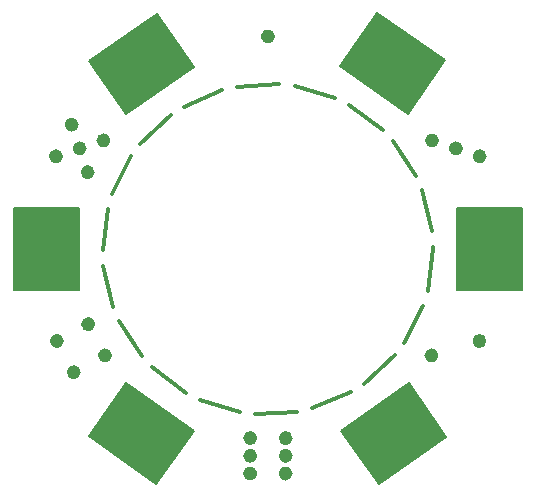
<source format=gbr>
%TF.GenerationSoftware,KiCad,Pcbnew,8.0.2*%
%TF.CreationDate,2025-06-01T21:04:34-04:00*%
%TF.ProjectId,casino-chip,63617369-6e6f-42d6-9368-69702e6b6963,0*%
%TF.SameCoordinates,Original*%
%TF.FileFunction,Soldermask,Top*%
%TF.FilePolarity,Negative*%
%FSLAX46Y46*%
G04 Gerber Fmt 4.6, Leading zero omitted, Abs format (unit mm)*
G04 Created by KiCad (PCBNEW 8.0.2) date 2025-06-01 21:04:34*
%MOMM*%
%LPD*%
G01*
G04 APERTURE LIST*
%ADD10C,0.600000*%
%ADD11C,0.599998*%
%ADD12C,0.200000*%
%ADD13C,0.325000*%
G04 APERTURE END LIST*
D10*
X101800000Y-116000000D02*
G75*
G02*
X101200000Y-116000000I-300000J0D01*
G01*
X101200000Y-116000000D02*
G75*
G02*
X101800000Y-116000000I300000J0D01*
G01*
D11*
X114148703Y-109002673D02*
G75*
G02*
X113548705Y-109002673I-299999J0D01*
G01*
X113548705Y-109002673D02*
G75*
G02*
X114148703Y-109002673I299999J0D01*
G01*
D10*
X98800000Y-117500000D02*
G75*
G02*
X98200000Y-117500000I-300000J0D01*
G01*
X98200000Y-117500000D02*
G75*
G02*
X98800000Y-117500000I300000J0D01*
G01*
X116211699Y-91473105D02*
G75*
G02*
X115611699Y-91473105I-300000J0D01*
G01*
X115611699Y-91473105D02*
G75*
G02*
X116211699Y-91473105I300000J0D01*
G01*
X118223396Y-92146209D02*
G75*
G02*
X117623396Y-92146209I-300000J0D01*
G01*
X117623396Y-92146209D02*
G75*
G02*
X118223396Y-92146209I300000J0D01*
G01*
D12*
X78500000Y-96500000D02*
X84000000Y-96500000D01*
X84000000Y-103500000D01*
X78500000Y-103500000D01*
X78500000Y-96500000D01*
G36*
X78500000Y-96500000D02*
G01*
X84000000Y-96500000D01*
X84000000Y-103500000D01*
X78500000Y-103500000D01*
X78500000Y-96500000D01*
G37*
D10*
X100300000Y-82000000D02*
G75*
G02*
X99700000Y-82000000I-300000J0D01*
G01*
X99700000Y-82000000D02*
G75*
G02*
X100300000Y-82000000I300000J0D01*
G01*
X101800000Y-117500000D02*
G75*
G02*
X101200000Y-117500000I-300000J0D01*
G01*
X101200000Y-117500000D02*
G75*
G02*
X101800000Y-117500000I300000J0D01*
G01*
X98800000Y-116000000D02*
G75*
G02*
X98200000Y-116000000I-300000J0D01*
G01*
X98200000Y-116000000D02*
G75*
G02*
X98800000Y-116000000I300000J0D01*
G01*
X98800000Y-119000000D02*
G75*
G02*
X98200000Y-119000000I-300000J0D01*
G01*
X98200000Y-119000000D02*
G75*
G02*
X98800000Y-119000000I300000J0D01*
G01*
X114200000Y-90800000D02*
G75*
G02*
X113600000Y-90800000I-300000J0D01*
G01*
X113600000Y-90800000D02*
G75*
G02*
X114200000Y-90800000I300000J0D01*
G01*
D12*
X114985553Y-84027755D02*
X111830882Y-88533091D01*
X106096818Y-84518056D01*
X109251488Y-80012720D01*
X114985553Y-84027755D01*
G36*
X114985553Y-84027755D02*
G01*
X111830882Y-88533091D01*
X106096818Y-84518056D01*
X109251488Y-80012720D01*
X114985553Y-84027755D01*
G37*
X116000000Y-96500000D02*
X121500000Y-96500000D01*
X121500000Y-103500000D01*
X116000000Y-103500000D01*
X116000000Y-96500000D01*
G36*
X116000000Y-96500000D02*
G01*
X121500000Y-96500000D01*
X121500000Y-103500000D01*
X116000000Y-103500000D01*
X116000000Y-96500000D01*
G37*
D10*
X82350002Y-92146209D02*
G75*
G02*
X81750002Y-92146209I-300000J0D01*
G01*
X81750002Y-92146209D02*
G75*
G02*
X82350002Y-92146209I300000J0D01*
G01*
D13*
X114000000Y-100000000D02*
X113546024Y-103536273D01*
X113159769Y-104777077D02*
X111526392Y-107946210D01*
X110739933Y-108980748D02*
X108123214Y-111402340D01*
X107030951Y-112106433D02*
X103744983Y-113489814D01*
X102478023Y-113778947D02*
X98917230Y-113958066D01*
X97627651Y-113797534D02*
X94219446Y-112750890D01*
X93062039Y-112159962D02*
X90215518Y-110013187D01*
X89329210Y-109062795D02*
X87386050Y-106073572D01*
X86877228Y-104877793D02*
X86070672Y-101404928D01*
X86000411Y-100107296D02*
X86427271Y-96567646D01*
X86804005Y-95323919D02*
X88413045Y-92142360D01*
X89191553Y-91101826D02*
X91789636Y-88660250D01*
X92876471Y-87947807D02*
X96151740Y-86539283D01*
X97416447Y-86240448D02*
X100975762Y-86034045D01*
X102266534Y-86184688D02*
X105682661Y-87205182D01*
X106844563Y-87787221D02*
X109707453Y-89912118D01*
X110601018Y-90855689D02*
X112567031Y-93829932D01*
X113085002Y-95021776D02*
X113918151Y-98488358D01*
X113998355Y-99785414D02*
X114000000Y-100000000D01*
D11*
X118211334Y-107779979D02*
G75*
G02*
X117611336Y-107779979I-299999J0D01*
G01*
X117611336Y-107779979D02*
G75*
G02*
X118211334Y-107779979I299999J0D01*
G01*
D12*
X93722764Y-115363440D02*
X90568094Y-119868776D01*
X84834030Y-115853741D01*
X87988700Y-111348405D01*
X93722764Y-115363440D01*
G36*
X93722764Y-115363440D02*
G01*
X90568094Y-119868776D01*
X84834030Y-115853741D01*
X87988700Y-111348405D01*
X93722764Y-115363440D01*
G37*
D10*
X86373398Y-90800000D02*
G75*
G02*
X85773398Y-90800000I-300000J0D01*
G01*
X85773398Y-90800000D02*
G75*
G02*
X86373398Y-90800000I300000J0D01*
G01*
D11*
X82437368Y-107777286D02*
G75*
G02*
X81837370Y-107777286I-299999J0D01*
G01*
X81837370Y-107777286D02*
G75*
G02*
X82437368Y-107777286I299999J0D01*
G01*
D12*
X115113612Y-115869521D02*
X109379548Y-119884556D01*
X106224878Y-115379220D01*
X111958942Y-111364185D01*
X115113612Y-115869521D01*
G36*
X115113612Y-115869521D02*
G01*
X109379548Y-119884556D01*
X106224878Y-115379220D01*
X111958942Y-111364185D01*
X115113612Y-115869521D01*
G37*
D10*
X84361699Y-91473105D02*
G75*
G02*
X83761699Y-91473105I-300000J0D01*
G01*
X83761699Y-91473105D02*
G75*
G02*
X84361699Y-91473105I300000J0D01*
G01*
X83688595Y-89461406D02*
G75*
G02*
X83088595Y-89461406I-300000J0D01*
G01*
X83088595Y-89461406D02*
G75*
G02*
X83688595Y-89461406I300000J0D01*
G01*
D11*
X85080039Y-106357327D02*
G75*
G02*
X84480041Y-106357327I-299999J0D01*
G01*
X84480041Y-106357327D02*
G75*
G02*
X85080039Y-106357327I299999J0D01*
G01*
X83857327Y-110419958D02*
G75*
G02*
X83257329Y-110419958I-299999J0D01*
G01*
X83257329Y-110419958D02*
G75*
G02*
X83857327Y-110419958I299999J0D01*
G01*
D10*
X101800000Y-119000000D02*
G75*
G02*
X101200000Y-119000000I-300000J0D01*
G01*
X101200000Y-119000000D02*
G75*
G02*
X101800000Y-119000000I300000J0D01*
G01*
D11*
X86499999Y-109000000D02*
G75*
G02*
X85900001Y-109000000I-299999J0D01*
G01*
X85900001Y-109000000D02*
G75*
G02*
X86499999Y-109000000I299999J0D01*
G01*
D12*
X93748786Y-84564721D02*
X88014722Y-88579757D01*
X84860052Y-84074420D01*
X90594116Y-80059385D01*
X93748786Y-84564721D01*
G36*
X93748786Y-84564721D02*
G01*
X88014722Y-88579757D01*
X84860052Y-84074420D01*
X90594116Y-80059385D01*
X93748786Y-84564721D01*
G37*
D10*
X85034805Y-93484803D02*
G75*
G02*
X84434805Y-93484803I-300000J0D01*
G01*
X84434805Y-93484803D02*
G75*
G02*
X85034805Y-93484803I300000J0D01*
G01*
M02*

</source>
